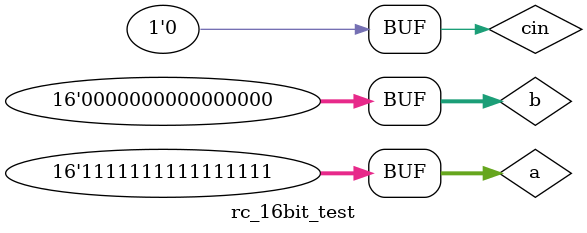
<source format=v>
`timescale 1ns / 1ps


module rc_16bit_test;

	// Inputs
	reg [15:0] a;
	reg [15:0] b;
	reg cin;
	// Outputs
	wire [15:0] s;
	wire cout;

	// Instantiate the Unit Under Test (UUT)
	rc_16bit uut (
		.a(a), 
		.b(b), 
		.cin(cin), 
		.s(s), 
		.cout(cout)
	);

	initial begin
		// Initialize Inputs
		a = 16'b0000000000000000;
		b = 16'b0000000000000000;
		cin = 0;
      
#100 a= 16'b0000000000011111; b=16'b000000000001100; 
#10 a= 16'b0000000000011111; b=16'b000000000001100; 
#10 a= 16'b1100011000011111; b=16'b000000110001100; 
#10 a= 16'b1111111111111111; b=16'b000000000000000;
end
 
initial
$monitor("A=%b,B=%b,Cin=%b: Sum= %b,Cout=%b",a,b,cin,s,cout);
      
endmodule


</source>
